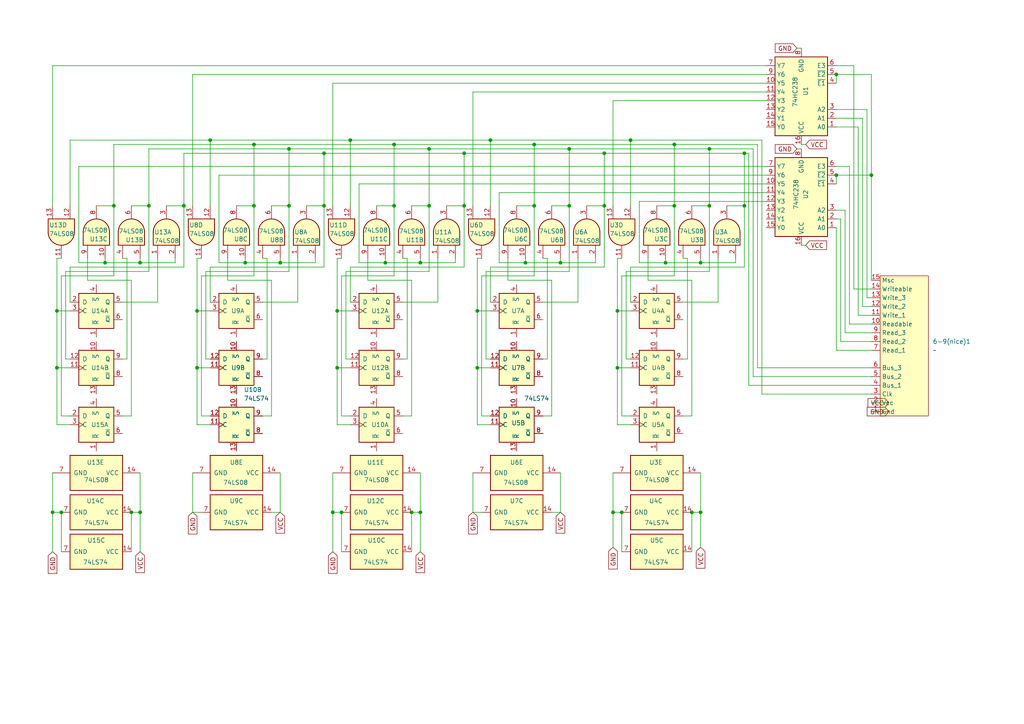
<source format=kicad_sch>
(kicad_sch (version 20250114) (generator "eeschema") (generator_version "9.0")
  (paper "A4")
  (lib_symbols
    (symbol "74xx:74HC238"
      (property "Reference" "U" (at -7.62 13.97 0))
      (property "Value" "74HC238" (at 2.54 -11.43 0))
      (symbol "74HC238_0_1"
        (rectangle (start -7.62 12.7) (end 7.62 -10.16) (stroke (width 0.254)) (fill (type background)))
      )
      (symbol "74HC238_1_1"
        (pin input line (at -10.16 10.16 0) (length 2.54) (name "A0") (number "1"))
        (pin input line (at -10.16 7.62 0) (length 2.54) (name "A1") (number "2"))
        (pin input line (at -10.16 5.08 0) (length 2.54) (name "A2") (number "3"))
        (pin input line (at -10.16 -2.54 0) (length 2.54) (name "~{E1}") (number "4"))
        (pin input line (at -10.16 -5.08 0) (length 2.54) (name "~{E2}") (number "5"))
        (pin input line (at -10.16 -7.62 0) (length 2.54) (name "E3") (number "6"))
        (pin power_in line (at 0 15.24 270) (length 2.54) (name "VCC") (number "16"))
        (pin power_in line (at 0 -12.7 90) (length 2.54) (name "GND") (number "8"))
        (pin output line (at 10.16 10.16 180) (length 2.54) (name "Y0") (number "15"))
        (pin output line (at 10.16 7.62 180) (length 2.54) (name "Y1") (number "14"))
        (pin output line (at 10.16 5.08 180) (length 2.54) (name "Y2") (number "13"))
        (pin output line (at 10.16 2.54 180) (length 2.54) (name "Y3") (number "12"))
        (pin output line (at 10.16 0 180) (length 2.54) (name "Y4") (number "11"))
        (pin output line (at 10.16 -2.54 180) (length 2.54) (name "Y5") (number "10"))
        (pin output line (at 10.16 -5.08 180) (length 2.54) (name "Y6") (number "9"))
        (pin output line (at 10.16 -7.62 180) (length 2.54) (name "Y7") (number "7"))
      )
    )
    (symbol "74xx:74LS08" (pin_names (offset 1.016))
      (property "Reference" "U" (at 0 1.27 0))
      (property "Value" "74LS08" (at 0 -1.27 0))
      (symbol "74LS08_1_1"
        (arc (start 0 3.81) (mid 3.7934 0) (end 0 -3.81) (stroke (width 0.254)) (fill (type background)))
        (polyline (pts (xy 0 3.81) (xy -3.81 3.81) (xy -3.81 -3.81) (xy 0 -3.81)) (stroke (width 0.254)) (fill (type background)))
        (pin input line (at -7.62 2.54 0) (length 3.81) (name "~") (number "1"))
        (pin input line (at -7.62 -2.54 0) (length 3.81) (name "~") (number "2"))
        (pin output line (at 7.62 0 180) (length 3.81) (name "~") (number "3"))
      )
      (symbol "74LS08_1_2"
        (arc (start -3.81 3.81) (mid -2.589 0) (end -3.81 -3.81) (stroke (width 0.254)))
        (polyline (pts (xy -3.81 3.81) (xy -0.635 3.81)) (stroke (width 0.254)) (fill (type background)))
        (polyline (pts (xy -3.81 -3.81) (xy -0.635 -3.81)) (stroke (width 0.254)) (fill (type background)))
        (arc (start 3.81 0) (mid 2.1855 -2.584) (end -0.6096 -3.81) (stroke (width 0.254)) (fill (type background)))
        (arc (start -0.6096 3.81) (mid 2.1928 2.5924) (end 3.81 0) (stroke (width 0.254)) (fill (type background)))
        (polyline (pts (xy -0.635 3.81) (xy -3.81 3.81) (xy -3.81 3.81) (xy -3.556 3.4036) (xy -3.0226 2.2606) (xy -2.6924 1.0414) (xy -2.6162 -0.254) (xy -2.7686 -1.4986) (xy -3.175 -2.7178) (xy -3.81 -3.81) (xy -3.81 -3.81) (xy -0.635 -3.81)) (stroke (width -25.4)) (fill (type background)))
        (pin input inverted (at -7.62 2.54 0) (length 4.318) (name "~") (number "1"))
        (pin input inverted (at -7.62 -2.54 0) (length 4.318) (name "~") (number "2"))
        (pin output inverted (at 7.62 0 180) (length 3.81) (name "~") (number "3"))
      )
      (symbol "74LS08_2_1"
        (arc (start 0 3.81) (mid 3.7934 0) (end 0 -3.81) (stroke (width 0.254)) (fill (type background)))
        (polyline (pts (xy 0 3.81) (xy -3.81 3.81) (xy -3.81 -3.81) (xy 0 -3.81)) (stroke (width 0.254)) (fill (type background)))
        (pin input line (at -7.62 2.54 0) (length 3.81) (name "~") (number "4"))
        (pin input line (at -7.62 -2.54 0) (length 3.81) (name "~") (number "5"))
        (pin output line (at 7.62 0 180) (length 3.81) (name "~") (number "6"))
      )
      (symbol "74LS08_2_2"
        (arc (start -3.81 3.81) (mid -2.589 0) (end -3.81 -3.81) (stroke (width 0.254)))
        (polyline (pts (xy -3.81 3.81) (xy -0.635 3.81)) (stroke (width 0.254)) (fill (type background)))
        (polyline (pts (xy -3.81 -3.81) (xy -0.635 -3.81)) (stroke (width 0.254)) (fill (type background)))
        (arc (start 3.81 0) (mid 2.1855 -2.584) (end -0.6096 -3.81) (stroke (width 0.254)) (fill (type background)))
        (arc (start -0.6096 3.81) (mid 2.1928 2.5924) (end 3.81 0) (stroke (width 0.254)) (fill (type background)))
        (polyline (pts (xy -0.635 3.81) (xy -3.81 3.81) (xy -3.81 3.81) (xy -3.556 3.4036) (xy -3.0226 2.2606) (xy -2.6924 1.0414) (xy -2.6162 -0.254) (xy -2.7686 -1.4986) (xy -3.175 -2.7178) (xy -3.81 -3.81) (xy -3.81 -3.81) (xy -0.635 -3.81)) (stroke (width -25.4)) (fill (type background)))
        (pin input inverted (at -7.62 2.54 0) (length 4.318) (name "~") (number "4"))
        (pin input inverted (at -7.62 -2.54 0) (length 4.318) (name "~") (number "5"))
        (pin output inverted (at 7.62 0 180) (length 3.81) (name "~") (number "6"))
      )
      (symbol "74LS08_3_1"
        (arc (start 0 3.81) (mid 3.7934 0) (end 0 -3.81) (stroke (width 0.254)) (fill (type background)))
        (polyline (pts (xy 0 3.81) (xy -3.81 3.81) (xy -3.81 -3.81) (xy 0 -3.81)) (stroke (width 0.254)) (fill (type background)))
        (pin input line (at -7.62 2.54 0) (length 3.81) (name "~") (number "9"))
        (pin input line (at -7.62 -2.54 0) (length 3.81) (name "~") (number "10"))
        (pin output line (at 7.62 0 180) (length 3.81) (name "~") (number "8"))
      )
      (symbol "74LS08_3_2"
        (arc (start -3.81 3.81) (mid -2.589 0) (end -3.81 -3.81) (stroke (width 0.254)))
        (polyline (pts (xy -3.81 3.81) (xy -0.635 3.81)) (stroke (width 0.254)) (fill (type background)))
        (polyline (pts (xy -3.81 -3.81) (xy -0.635 -3.81)) (stroke (width 0.254)) (fill (type background)))
        (arc (start 3.81 0) (mid 2.1855 -2.584) (end -0.6096 -3.81) (stroke (width 0.254)) (fill (type background)))
        (arc (start -0.6096 3.81) (mid 2.1928 2.5924) (end 3.81 0) (stroke (width 0.254)) (fill (type background)))
        (polyline (pts (xy -0.635 3.81) (xy -3.81 3.81) (xy -3.81 3.81) (xy -3.556 3.4036) (xy -3.0226 2.2606) (xy -2.6924 1.0414) (xy -2.6162 -0.254) (xy -2.7686 -1.4986) (xy -3.175 -2.7178) (xy -3.81 -3.81) (xy -3.81 -3.81) (xy -0.635 -3.81)) (stroke (width -25.4)) (fill (type background)))
        (pin input inverted (at -7.62 2.54 0) (length 4.318) (name "~") (number "9"))
        (pin input inverted (at -7.62 -2.54 0) (length 4.318) (name "~") (number "10"))
        (pin output inverted (at 7.62 0 180) (length 3.81) (name "~") (number "8"))
      )
      (symbol "74LS08_4_1"
        (arc (start 0 3.81) (mid 3.7934 0) (end 0 -3.81) (stroke (width 0.254)) (fill (type background)))
        (polyline (pts (xy 0 3.81) (xy -3.81 3.81) (xy -3.81 -3.81) (xy 0 -3.81)) (stroke (width 0.254)) (fill (type background)))
        (pin input line (at -7.62 2.54 0) (length 3.81) (name "~") (number "12"))
        (pin input line (at -7.62 -2.54 0) (length 3.81) (name "~") (number "13"))
        (pin output line (at 7.62 0 180) (length 3.81) (name "~") (number "11"))
      )
      (symbol "74LS08_4_2"
        (arc (start -3.81 3.81) (mid -2.589 0) (end -3.81 -3.81) (stroke (width 0.254)))
        (polyline (pts (xy -3.81 3.81) (xy -0.635 3.81)) (stroke (width 0.254)) (fill (type background)))
        (polyline (pts (xy -3.81 -3.81) (xy -0.635 -3.81)) (stroke (width 0.254)) (fill (type background)))
        (arc (start 3.81 0) (mid 2.1855 -2.584) (end -0.6096 -3.81) (stroke (width 0.254)) (fill (type background)))
        (arc (start -0.6096 3.81) (mid 2.1928 2.5924) (end 3.81 0) (stroke (width 0.254)) (fill (type background)))
        (polyline (pts (xy -0.635 3.81) (xy -3.81 3.81) (xy -3.81 3.81) (xy -3.556 3.4036) (xy -3.0226 2.2606) (xy -2.6924 1.0414) (xy -2.6162 -0.254) (xy -2.7686 -1.4986) (xy -3.175 -2.7178) (xy -3.81 -3.81) (xy -3.81 -3.81) (xy -0.635 -3.81)) (stroke (width -25.4)) (fill (type background)))
        (pin input inverted (at -7.62 2.54 0) (length 4.318) (name "~") (number "12"))
        (pin input inverted (at -7.62 -2.54 0) (length 4.318) (name "~") (number "13"))
        (pin output inverted (at 7.62 0 180) (length 3.81) (name "~") (number "11"))
      )
      (symbol "74LS08_5_0"
        (pin power_in line (at 0 12.7 270) (length 5.08) (name "VCC") (number "14"))
        (pin power_in line (at 0 -12.7 90) (length 5.08) (name "GND") (number "7"))
      )
      (symbol "74LS08_5_1"
        (rectangle (start -5.08 7.62) (end 5.08 -7.62) (stroke (width 0.254)) (fill (type background)))
      )
    )
    (symbol "74xx:74LS74" (pin_names (offset 1.016))
      (property "Reference" "U" (at -7.62 8.89 0))
      (property "Value" "74LS74" (at -7.62 -8.89 0))
      (symbol "74LS74_1_0"
        (pin input line (at -7.62 2.54 0) (length 2.54) (name "D") (number "2"))
        (pin input clock (at -7.62 0 0) (length 2.54) (name "C") (number "3"))
        (pin input line (at 0 7.62 270) (length 2.54) (name "~{S}") (number "4"))
        (pin input line (at 0 -7.62 90) (length 2.54) (name "~{R}") (number "1"))
        (pin output line (at 7.62 2.54 180) (length 2.54) (name "Q") (number "5"))
        (pin output line (at 7.62 -2.54 180) (length 2.54) (name "~{Q}") (number "6"))
      )
      (symbol "74LS74_1_1"
        (rectangle (start -5.08 5.08) (end 5.08 -5.08) (stroke (width 0.254)) (fill (type background)))
      )
      (symbol "74LS74_2_0"
        (pin input line (at -7.62 2.54 0) (length 2.54) (name "D") (number "12"))
        (pin input clock (at -7.62 0 0) (length 2.54) (name "C") (number "11"))
        (pin input line (at 0 7.62 270) (length 2.54) (name "~{S}") (number "10"))
        (pin input line (at 0 -7.62 90) (length 2.54) (name "~{R}") (number "13"))
        (pin output line (at 7.62 2.54 180) (length 2.54) (name "Q") (number "9"))
        (pin output line (at 7.62 -2.54 180) (length 2.54) (name "~{Q}") (number "8"))
      )
      (symbol "74LS74_2_1"
        (rectangle (start -5.08 5.08) (end 5.08 -5.08) (stroke (width 0.254)) (fill (type background)))
      )
      (symbol "74LS74_3_0"
        (pin power_in line (at 0 10.16 270) (length 2.54) (name "VCC") (number "14"))
        (pin power_in line (at 0 -10.16 90) (length 2.54) (name "GND") (number "7"))
      )
      (symbol "74LS74_3_1"
        (rectangle (start -5.08 7.62) (end 5.08 -7.62) (stroke (width 0.254)) (fill (type background)))
      )
    )
    (symbol "PotatoComputerV1:6-9 Connector (nice)"
      (property "Reference" "6-9(nice)" (at 13.716 7.874 90))
      (symbol "6-9 Connector (nice)_1_0"
        (pin unspecified line (at 0 33.02 0) (length 2.54) (name "Write_3") (number "13"))
        (pin unspecified line (at 0 30.48 0) (length 2.54) (name "Write_2") (number "12"))
        (pin unspecified line (at 0 27.94 0) (length 2.54) (name "Write_1") (number "11"))
        (pin unspecified line (at 0 25.4 0) (length 2.54) (name "Readable") (number "10"))
        (pin unspecified line (at 0 22.86 0) (length 2.54) (name "Read_3") (number "9"))
        (pin unspecified line (at 0 20.32 0) (length 2.54) (name "Read_2") (number "8"))
        (pin unspecified line (at 0 17.78 0) (length 2.54) (name "Read_1") (number "7"))
        (pin unspecified line (at 0 12.7 0) (length 2.54) (name "Bus_3") (number "6"))
        (pin unspecified line (at 0 10.16 0) (length 2.54) (name "Bus_2") (number "5"))
        (pin unspecified line (at 0 7.62 0) (length 2.54) (name "Bus_1") (number "4"))
        (pin unspecified line (at 0 5.08 0) (length 2.54) (name "Clk") (number "3"))
        (pin unspecified line (at 0 2.54 0) (length 2.54) (name "Vcc") (number "2"))
        (pin unspecified line (at 0 0 0) (length 2.54) (name "Gnd") (number "1"))
      )
      (symbol "6-9 Connector (nice)_1_1"
        (rectangle (start 2.54 39.37) (end 16.51 -1.27) (fill (type background)))
        (pin unspecified line (at 0 38.1 0) (length 2.54) (name "Msc") (number "15"))
        (pin unspecified line (at 0 35.56 0) (length 2.54) (name "Writeable") (number "14"))
      )
    )
  )
  (junction (at 93.98 59.69))
  (junction (at 134.62 59.69))
  (junction (at 71.12 76.2))
  (junction (at 119.38 148.59))
  (junction (at 114.3 59.69))
  (junction (at 57.15 90.17))
  (junction (at 179.07 90.17))
  (junction (at 215.9 59.69))
  (junction (at 17.78 148.59))
  (junction (at 138.43 90.17))
  (junction (at 43.18 59.69))
  (junction (at 101.6 40.64))
  (junction (at 111.76 76.2))
  (junction (at 97.79 106.68))
  (junction (at 177.8 148.59))
  (junction (at 124.46 59.69))
  (junction (at 16.51 90.17))
  (junction (at 252.73 50.8))
  (junction (at 205.74 43.18))
  (junction (at 121.92 76.2))
  (junction (at 40.64 76.2))
  (junction (at 83.82 59.69))
  (junction (at 121.92 148.59))
  (junction (at 242.57 21.59))
  (junction (at 205.74 59.69))
  (junction (at 99.06 148.59))
  (junction (at 195.58 59.69))
  (junction (at 73.66 41.91))
  (junction (at 154.94 59.69))
  (junction (at 175.26 44.45))
  (junction (at 162.56 76.2))
  (junction (at 97.79 90.17))
  (junction (at 124.46 43.18))
  (junction (at 40.64 148.59))
  (junction (at 83.82 43.18))
  (junction (at 165.1 59.69))
  (junction (at 96.52 148.59))
  (junction (at 152.4 76.2))
  (junction (at 203.2 148.59))
  (junction (at 242.57 50.8))
  (junction (at 114.3 41.91))
  (junction (at 73.66 59.69))
  (junction (at 93.98 44.45))
  (junction (at 200.66 148.59))
  (junction (at 138.43 106.68))
  (junction (at 165.1 43.18))
  (junction (at 142.24 40.64))
  (junction (at 60.96 40.64))
  (junction (at 33.02 59.69))
  (junction (at 179.07 106.68))
  (junction (at 180.34 148.59))
  (junction (at 57.15 106.68))
  (junction (at 182.88 40.64))
  (junction (at 15.24 148.59))
  (junction (at 193.04 76.2))
  (junction (at 30.48 76.2))
  (junction (at 203.2 76.2))
  (junction (at 154.94 41.91))
  (junction (at 16.51 106.68))
  (junction (at 38.1 148.59))
  (junction (at 53.34 59.69))
  (junction (at 175.26 59.69))
  (junction (at 215.9 44.45))
  (junction (at 134.62 44.45))
  (junction (at 81.28 76.2))
  (junction (at 195.58 41.91))
  (wire (pts (xy 195.58 80.01) (xy 195.58 59.69)))
  (wire (pts (xy 252.73 50.8) (xy 242.57 50.8)))
  (wire (pts (xy 73.66 41.91) (xy 33.02 41.91)))
  (wire (pts (xy 172.72 76.2) (xy 162.56 76.2)))
  (wire (pts (xy 132.08 74.93) (xy 132.08 76.2)))
  (wire (pts (xy 147.32 81.28) (xy 147.32 74.93)))
  (wire (pts (xy 55.88 137.16) (xy 55.88 148.59)))
  (wire (pts (xy 119.38 81.28) (xy 106.68 81.28)))
  (wire (pts (xy 219.71 41.91) (xy 195.58 41.91)))
  (wire (pts (xy 252.73 114.3) (xy 220.98 114.3)))
  (wire (pts (xy 243.84 63.5) (xy 242.57 63.5)))
  (wire (pts (xy 252.73 111.76) (xy 217.17 111.76)))
  (wire (pts (xy 43.18 43.18) (xy 43.18 59.69)))
  (wire (pts (xy 83.82 43.18) (xy 83.82 59.69)))
  (wire (pts (xy 199.39 74.93) (xy 198.12 74.93)))
  (wire (pts (xy 76.2 87.63) (xy 86.36 87.63)))
  (wire (pts (xy 81.28 137.16) (xy 81.28 148.59)))
  (wire (pts (xy 252.73 81.28) (xy 252.73 50.8)))
  (wire (pts (xy 124.46 43.18) (xy 83.82 43.18)))
  (wire (pts (xy 15.24 148.59) (xy 15.24 160.02)))
  (wire (pts (xy 35.56 104.14) (xy 36.83 104.14)))
  (wire (pts (xy 185.42 76.2) (xy 193.04 76.2)))
  (wire (pts (xy 16.51 123.19) (xy 20.32 123.19)))
  (wire (pts (xy 182.88 120.65) (xy 180.34 120.65)))
  (wire (pts (xy 33.02 59.69) (xy 27.94 59.69)))
  (wire (pts (xy 76.2 120.65) (xy 78.74 120.65)))
  (wire (pts (xy 200.66 59.69) (xy 205.74 59.69)))
  (wire (pts (xy 116.84 120.65) (xy 119.38 120.65)))
  (wire (pts (xy 232.41 41.91) (xy 233.68 41.91)))
  (wire (pts (xy 252.73 101.6) (xy 242.57 101.6)))
  (wire (pts (xy 175.26 59.69) (xy 170.18 59.69)))
  (wire (pts (xy 50.8 74.93) (xy 50.8 76.2)))
  (wire (pts (xy 116.84 104.14) (xy 118.11 104.14)))
  (wire (pts (xy 97.79 106.68) (xy 101.6 106.68)))
  (wire (pts (xy 215.9 44.45) (xy 215.9 59.69)))
  (wire (pts (xy 208.28 87.63) (xy 208.28 74.93)))
  (wire (pts (xy 181.61 104.14) (xy 181.61 78.74)))
  (wire (pts (xy 252.73 99.06) (xy 243.84 99.06)))
  (wire (pts (xy 45.72 87.63) (xy 45.72 74.93)))
  (wire (pts (xy 182.88 104.14) (xy 181.61 104.14)))
  (wire (pts (xy 86.36 87.63) (xy 86.36 74.93)))
  (wire (pts (xy 99.06 148.59) (xy 99.06 160.02)))
  (wire (pts (xy 57.15 90.17) (xy 57.15 106.68)))
  (wire (pts (xy 140.97 78.74) (xy 165.1 78.74)))
  (wire (pts (xy 134.62 59.69) (xy 129.54 59.69)))
  (wire (pts (xy 101.6 104.14) (xy 100.33 104.14)))
  (wire (pts (xy 97.79 90.17) (xy 101.6 90.17)))
  (wire (pts (xy 40.64 76.2) (xy 40.64 74.93)))
  (wire (pts (xy 124.46 43.18) (xy 124.46 59.69)))
  (wire (pts (xy 252.73 83.82) (xy 247.65 83.82)))
  (wire (pts (xy 58.42 80.01) (xy 73.66 80.01)))
  (wire (pts (xy 182.88 87.63) (xy 182.88 77.47)))
  (wire (pts (xy 134.62 77.47) (xy 134.62 59.69)))
  (wire (pts (xy 213.36 76.2) (xy 203.2 76.2)))
  (wire (pts (xy 77.47 74.93) (xy 76.2 74.93)))
  (wire (pts (xy 167.64 87.63) (xy 167.64 74.93)))
  (wire (pts (xy 165.1 59.69) (xy 165.1 78.74)))
  (wire (pts (xy 60.96 77.47) (xy 93.98 77.47)))
  (wire (pts (xy 203.2 137.16) (xy 203.2 148.59)))
  (wire (pts (xy 182.88 40.64) (xy 182.88 59.69)))
  (wire (pts (xy 157.48 104.14) (xy 158.75 104.14)))
  (wire (pts (xy 118.11 104.14) (xy 118.11 74.93)))
  (wire (pts (xy 16.51 74.93) (xy 17.78 74.93)))
  (wire (pts (xy 250.19 88.9) (xy 250.19 34.29)))
  (wire (pts (xy 222.25 26.67) (xy 137.16 26.67)))
  (wire (pts (xy 218.44 43.18) (xy 218.44 109.22)))
  (wire (pts (xy 71.12 74.93) (xy 71.12 76.2)))
  (wire (pts (xy 165.1 43.18) (xy 124.46 43.18)))
  (wire (pts (xy 180.34 148.59) (xy 180.34 160.02)))
  (wire (pts (xy 138.43 106.68) (xy 142.24 106.68)))
  (wire (pts (xy 246.38 93.98) (xy 246.38 48.26)))
  (wire (pts (xy 142.24 87.63) (xy 142.24 77.47)))
  (wire (pts (xy 160.02 148.59) (xy 162.56 148.59)))
  (wire (pts (xy 203.2 148.59) (xy 200.66 148.59)))
  (wire (pts (xy 101.6 77.47) (xy 134.62 77.47)))
  (wire (pts (xy 73.66 59.69) (xy 68.58 59.69)))
  (wire (pts (xy 175.26 44.45) (xy 175.26 59.69)))
  (wire (pts (xy 180.34 80.01) (xy 195.58 80.01)))
  (wire (pts (xy 137.16 26.67) (xy 137.16 59.69)))
  (wire (pts (xy 252.73 93.98) (xy 246.38 93.98)))
  (wire (pts (xy 57.15 123.19) (xy 60.96 123.19)))
  (wire (pts (xy 121.92 148.59) (xy 121.92 160.02)))
  (wire (pts (xy 30.48 76.2) (xy 40.64 76.2)))
  (wire (pts (xy 40.64 137.16) (xy 40.64 148.59)))
  (wire (pts (xy 93.98 77.47) (xy 93.98 59.69)))
  (wire (pts (xy 219.71 41.91) (xy 219.71 106.68)))
  (wire (pts (xy 205.74 59.69) (xy 205.74 78.74)))
  (wire (pts (xy 59.69 104.14) (xy 59.69 78.74)))
  (wire (pts (xy 252.73 116.84) (xy 257.81 116.84)))
  (wire (pts (xy 231.14 43.18) (xy 232.41 43.18)))
  (wire (pts (xy 220.98 40.64) (xy 182.88 40.64)))
  (wire (pts (xy 38.1 120.65) (xy 38.1 81.28)))
  (wire (pts (xy 19.05 104.14) (xy 19.05 78.74)))
  (wire (pts (xy 139.7 120.65) (xy 139.7 80.01)))
  (wire (pts (xy 97.79 74.93) (xy 97.79 90.17)))
  (wire (pts (xy 60.96 40.64) (xy 20.32 40.64)))
  (wire (pts (xy 193.04 76.2) (xy 203.2 76.2)))
  (wire (pts (xy 97.79 74.93) (xy 99.06 74.93)))
  (wire (pts (xy 247.65 83.82) (xy 247.65 19.05)))
  (wire (pts (xy 57.15 74.93) (xy 57.15 90.17)))
  (wire (pts (xy 104.14 53.34) (xy 104.14 76.2)))
  (wire (pts (xy 97.79 90.17) (xy 97.79 106.68)))
  (wire (pts (xy 20.32 120.65) (xy 17.78 120.65)))
  (wire (pts (xy 242.57 50.8) (xy 242.57 53.34)))
  (wire (pts (xy 96.52 24.13) (xy 96.52 59.69)))
  (wire (pts (xy 40.64 148.59) (xy 38.1 148.59)))
  (wire (pts (xy 200.66 81.28) (xy 187.96 81.28)))
  (wire (pts (xy 38.1 81.28) (xy 25.4 81.28)))
  (wire (pts (xy 137.16 148.59) (xy 139.7 148.59)))
  (wire (pts (xy 78.74 81.28) (xy 66.04 81.28)))
  (wire (pts (xy 252.73 86.36) (xy 251.46 86.36)))
  (wire (pts (xy 158.75 74.93) (xy 157.48 74.93)))
  (wire (pts (xy 154.94 59.69) (xy 149.86 59.69)))
  (wire (pts (xy 59.69 78.74) (xy 83.82 78.74)))
  (wire (pts (xy 99.06 80.01) (xy 114.3 80.01)))
  (wire (pts (xy 154.94 80.01) (xy 154.94 59.69)))
  (wire (pts (xy 160.02 120.65) (xy 160.02 81.28)))
  (wire (pts (xy 222.25 58.42) (xy 185.42 58.42)))
  (wire (pts (xy 60.96 40.64) (xy 60.96 59.69)))
  (wire (pts (xy 152.4 76.2) (xy 162.56 76.2)))
  (wire (pts (xy 78.74 120.65) (xy 78.74 81.28)))
  (wire (pts (xy 248.92 91.44) (xy 248.92 36.83)))
  (wire (pts (xy 57.15 106.68) (xy 57.15 123.19)))
  (wire (pts (xy 157.48 87.63) (xy 167.64 87.63)))
  (wire (pts (xy 77.47 104.14) (xy 77.47 74.93)))
  (wire (pts (xy 20.32 77.47) (xy 53.34 77.47)))
  (wire (pts (xy 144.78 55.88) (xy 144.78 76.2)))
  (wire (pts (xy 55.88 148.59) (xy 58.42 148.59)))
  (wire (pts (xy 116.84 87.63) (xy 127 87.63)))
  (wire (pts (xy 199.39 104.14) (xy 199.39 74.93)))
  (wire (pts (xy 33.02 80.01) (xy 33.02 59.69)))
  (wire (pts (xy 247.65 19.05) (xy 242.57 19.05)))
  (wire (pts (xy 172.72 74.93) (xy 172.72 76.2)))
  (wire (pts (xy 16.51 90.17) (xy 20.32 90.17)))
  (wire (pts (xy 252.73 88.9) (xy 250.19 88.9)))
  (wire (pts (xy 15.24 137.16) (xy 15.24 148.59)))
  (wire (pts (xy 38.1 59.69) (xy 43.18 59.69)))
  (wire (pts (xy 185.42 58.42) (xy 185.42 76.2)))
  (wire (pts (xy 55.88 21.59) (xy 55.88 59.69)))
  (wire (pts (xy 177.8 148.59) (xy 177.8 158.75)))
  (wire (pts (xy 138.43 90.17) (xy 142.24 90.17)))
  (wire (pts (xy 179.07 90.17) (xy 182.88 90.17)))
  (wire (pts (xy 203.2 76.2) (xy 203.2 74.93)))
  (wire (pts (xy 200.66 148.59) (xy 200.66 160.02)))
  (wire (pts (xy 182.88 40.64) (xy 142.24 40.64)))
  (wire (pts (xy 242.57 60.96) (xy 245.11 60.96)))
  (wire (pts (xy 50.8 76.2) (xy 40.64 76.2)))
  (wire (pts (xy 134.62 44.45) (xy 134.62 59.69)))
  (wire (pts (xy 213.36 74.93) (xy 213.36 76.2)))
  (wire (pts (xy 101.6 87.63) (xy 101.6 77.47)))
  (wire (pts (xy 179.07 74.93) (xy 179.07 90.17)))
  (wire (pts (xy 154.94 41.91) (xy 154.94 59.69)))
  (wire (pts (xy 83.82 43.18) (xy 43.18 43.18)))
  (wire (pts (xy 217.17 44.45) (xy 217.17 111.76)))
  (wire (pts (xy 222.25 50.8) (xy 63.5 50.8)))
  (wire (pts (xy 121.92 148.59) (xy 119.38 148.59)))
  (wire (pts (xy 198.12 104.14) (xy 199.39 104.14)))
  (wire (pts (xy 101.6 120.65) (xy 99.06 120.65)))
  (wire (pts (xy 66.04 81.28) (xy 66.04 74.93)))
  (wire (pts (xy 81.28 148.59) (xy 78.74 148.59)))
  (wire (pts (xy 193.04 74.93) (xy 193.04 76.2)))
  (wire (pts (xy 121.92 137.16) (xy 121.92 148.59)))
  (wire (pts (xy 63.5 76.2) (xy 71.12 76.2)))
  (wire (pts (xy 114.3 59.69) (xy 109.22 59.69)))
  (wire (pts (xy 177.8 29.21) (xy 177.8 59.69)))
  (wire (pts (xy 181.61 78.74) (xy 205.74 78.74)))
  (wire (pts (xy 177.8 148.59) (xy 180.34 148.59)))
  (wire (pts (xy 73.66 41.91) (xy 73.66 59.69)))
  (wire (pts (xy 242.57 21.59) (xy 242.57 24.13)))
  (wire (pts (xy 16.51 90.17) (xy 16.51 106.68)))
  (wire (pts (xy 139.7 80.01) (xy 154.94 80.01)))
  (wire (pts (xy 142.24 104.14) (xy 140.97 104.14)))
  (wire (pts (xy 119.38 120.65) (xy 119.38 81.28)))
  (wire (pts (xy 22.86 48.26) (xy 22.86 76.2)))
  (wire (pts (xy 100.33 78.74) (xy 124.46 78.74)))
  (wire (pts (xy 195.58 41.91) (xy 154.94 41.91)))
  (wire (pts (xy 245.11 60.96) (xy 245.11 96.52)))
  (wire (pts (xy 53.34 77.47) (xy 53.34 59.69)))
  (wire (pts (xy 252.73 106.68) (xy 219.71 106.68)))
  (wire (pts (xy 101.6 40.64) (xy 101.6 59.69)))
  (wire (pts (xy 232.41 71.12) (xy 233.68 71.12)))
  (wire (pts (xy 15.24 148.59) (xy 17.78 148.59)))
  (wire (pts (xy 142.24 120.65) (xy 139.7 120.65)))
  (wire (pts (xy 215.9 77.47) (xy 215.9 59.69)))
  (wire (pts (xy 118.11 74.93) (xy 116.84 74.93)))
  (wire (pts (xy 114.3 80.01) (xy 114.3 59.69)))
  (wire (pts (xy 248.92 36.83) (xy 242.57 36.83)))
  (wire (pts (xy 121.92 76.2) (xy 121.92 74.93)))
  (wire (pts (xy 215.9 59.69) (xy 210.82 59.69)))
  (wire (pts (xy 134.62 44.45) (xy 93.98 44.45)))
  (wire (pts (xy 97.79 123.19) (xy 101.6 123.19)))
  (wire (pts (xy 106.68 81.28) (xy 106.68 74.93)))
  (wire (pts (xy 20.32 40.64) (xy 20.32 59.69)))
  (wire (pts (xy 198.12 120.65) (xy 200.66 120.65)))
  (wire (pts (xy 222.25 53.34) (xy 104.14 53.34)))
  (wire (pts (xy 138.43 90.17) (xy 138.43 106.68)))
  (wire (pts (xy 177.8 137.16) (xy 177.8 148.59)))
  (wire (pts (xy 17.78 80.01) (xy 33.02 80.01)))
  (wire (pts (xy 91.44 76.2) (xy 81.28 76.2)))
  (wire (pts (xy 73.66 80.01) (xy 73.66 59.69)))
  (wire (pts (xy 93.98 44.45) (xy 53.34 44.45)))
  (wire (pts (xy 158.75 104.14) (xy 158.75 74.93)))
  (wire (pts (xy 33.02 41.91) (xy 33.02 59.69)))
  (wire (pts (xy 60.96 120.65) (xy 58.42 120.65)))
  (wire (pts (xy 175.26 77.47) (xy 175.26 59.69)))
  (wire (pts (xy 200.66 120.65) (xy 200.66 81.28)))
  (wire (pts (xy 127 87.63) (xy 127 74.93)))
  (wire (pts (xy 242.57 101.6) (xy 242.57 66.04)))
  (wire (pts (xy 222.25 55.88) (xy 144.78 55.88)))
  (wire (pts (xy 154.94 41.91) (xy 114.3 41.91)))
  (wire (pts (xy 57.15 90.17) (xy 60.96 90.17)))
  (wire (pts (xy 218.44 43.18) (xy 205.74 43.18)))
  (wire (pts (xy 111.76 76.2) (xy 121.92 76.2)))
  (wire (pts (xy 25.4 81.28) (xy 25.4 74.93)))
  (wire (pts (xy 205.74 43.18) (xy 205.74 59.69)))
  (wire (pts (xy 245.11 96.52) (xy 252.73 96.52)))
  (wire (pts (xy 78.74 59.69) (xy 83.82 59.69)))
  (wire (pts (xy 111.76 74.93) (xy 111.76 76.2)))
  (wire (pts (xy 187.96 81.28) (xy 187.96 74.93)))
  (wire (pts (xy 179.07 106.68) (xy 182.88 106.68)))
  (wire (pts (xy 250.19 34.29) (xy 242.57 34.29)))
  (wire (pts (xy 19.05 78.74) (xy 43.18 78.74)))
  (wire (pts (xy 71.12 76.2) (xy 81.28 76.2)))
  (wire (pts (xy 124.46 59.69) (xy 124.46 78.74)))
  (wire (pts (xy 182.88 77.47) (xy 215.9 77.47)))
  (wire (pts (xy 114.3 41.91) (xy 114.3 59.69)))
  (wire (pts (xy 16.51 106.68) (xy 16.51 123.19)))
  (wire (pts (xy 222.25 21.59) (xy 55.88 21.59)))
  (wire (pts (xy 162.56 148.59) (xy 162.56 137.16)))
  (wire (pts (xy 114.3 41.91) (xy 73.66 41.91)))
  (wire (pts (xy 195.58 41.91) (xy 195.58 59.69)))
  (wire (pts (xy 142.24 40.64) (xy 101.6 40.64)))
  (wire (pts (xy 160.02 59.69) (xy 165.1 59.69)))
  (wire (pts (xy 179.07 90.17) (xy 179.07 106.68)))
  (wire (pts (xy 53.34 44.45) (xy 53.34 59.69)))
  (wire (pts (xy 60.96 104.14) (xy 59.69 104.14)))
  (wire (pts (xy 58.42 120.65) (xy 58.42 80.01)))
  (wire (pts (xy 17.78 120.65) (xy 17.78 80.01)))
  (wire (pts (xy 132.08 76.2) (xy 121.92 76.2)))
  (wire (pts (xy 97.79 106.68) (xy 97.79 123.19)))
  (wire (pts (xy 137.16 137.16) (xy 137.16 148.59)))
  (wire (pts (xy 220.98 40.64) (xy 220.98 114.3)))
  (wire (pts (xy 222.25 29.21) (xy 177.8 29.21)))
  (wire (pts (xy 252.73 50.8) (xy 252.73 21.59)))
  (wire (pts (xy 119.38 148.59) (xy 119.38 160.02)))
  (wire (pts (xy 162.56 76.2) (xy 162.56 74.93)))
  (wire (pts (xy 198.12 87.63) (xy 208.28 87.63)))
  (wire (pts (xy 53.34 59.69) (xy 48.26 59.69)))
  (wire (pts (xy 76.2 104.14) (xy 77.47 104.14)))
  (wire (pts (xy 36.83 74.93) (xy 35.56 74.93)))
  (wire (pts (xy 30.48 74.93) (xy 30.48 76.2)))
  (wire (pts (xy 83.82 59.69) (xy 83.82 78.74)))
  (wire (pts (xy 142.24 40.64) (xy 142.24 59.69)))
  (wire (pts (xy 231.14 13.97) (xy 232.41 13.97)))
  (wire (pts (xy 96.52 148.59) (xy 96.52 160.02)))
  (wire (pts (xy 179.07 74.93) (xy 180.34 74.93)))
  (wire (pts (xy 252.73 119.38) (xy 257.81 119.38)))
  (wire (pts (xy 40.64 148.59) (xy 40.64 160.02)))
  (wire (pts (xy 138.43 74.93) (xy 138.43 90.17)))
  (wire (pts (xy 217.17 44.45) (xy 215.9 44.45)))
  (wire (pts (xy 93.98 59.69) (xy 88.9 59.69)))
  (wire (pts (xy 180.34 120.65) (xy 180.34 80.01)))
  (wire (pts (xy 138.43 74.93) (xy 139.7 74.93)))
  (wire (pts (xy 205.74 43.18) (xy 165.1 43.18)))
  (wire (pts (xy 15.24 19.05) (xy 15.24 59.69)))
  (wire (pts (xy 104.14 76.2) (xy 111.76 76.2)))
  (wire (pts (xy 35.56 87.63) (xy 45.72 87.63)))
  (wire (pts (xy 152.4 74.93) (xy 152.4 76.2)))
  (wire (pts (xy 57.15 74.93) (xy 58.42 74.93)))
  (wire (pts (xy 81.28 76.2) (xy 81.28 74.93)))
  (wire (pts (xy 63.5 50.8) (xy 63.5 76.2)))
  (wire (pts (xy 222.25 48.26) (xy 22.86 48.26)))
  (wire (pts (xy 251.46 86.36) (xy 251.46 31.75)))
  (wire (pts (xy 91.44 74.93) (xy 91.44 76.2)))
  (wire (pts (xy 251.46 31.75) (xy 242.57 31.75)))
  (wire (pts (xy 140.97 104.14) (xy 140.97 78.74)))
  (wire (pts (xy 179.07 106.68) (xy 179.07 123.19)))
  (wire (pts (xy 252.73 91.44) (xy 248.92 91.44)))
  (wire (pts (xy 60.96 87.63) (xy 60.96 77.47)))
  (wire (pts (xy 160.02 81.28) (xy 147.32 81.28)))
  (wire (pts (xy 38.1 148.59) (xy 38.1 160.02)))
  (wire (pts (xy 138.43 106.68) (xy 138.43 123.19)))
  (wire (pts (xy 138.43 123.19) (xy 142.24 123.19)))
  (wire (pts (xy 43.18 59.69) (xy 43.18 78.74)))
  (wire (pts (xy 218.44 109.22) (xy 252.73 109.22)))
  (wire (pts (xy 96.52 148.59) (xy 99.06 148.59)))
  (wire (pts (xy 175.26 44.45) (xy 134.62 44.45)))
  (wire (pts (xy 119.38 59.69) (xy 124.46 59.69)))
  (wire (pts (xy 93.98 44.45) (xy 93.98 59.69)))
  (wire (pts (xy 165.1 43.18) (xy 165.1 59.69)))
  (wire (pts (xy 57.15 106.68) (xy 60.96 106.68)))
  (wire (pts (xy 203.2 148.59) (xy 203.2 158.75)))
  (wire (pts (xy 100.33 104.14) (xy 100.33 78.74)))
  (wire (pts (xy 179.07 123.19) (xy 182.88 123.19)))
  (wire (pts (xy 17.78 148.59) (xy 17.78 160.02)))
  (wire (pts (xy 142.24 77.47) (xy 175.26 77.47)))
  (wire (pts (xy 16.51 106.68) (xy 20.32 106.68)))
  (wire (pts (xy 16.51 74.93) (xy 16.51 90.17)))
  (wire (pts (xy 252.73 21.59) (xy 242.57 21.59)))
  (wire (pts (xy 36.83 104.14) (xy 36.83 74.93)))
  (wire (pts (xy 246.38 48.26) (xy 242.57 48.26)))
  (wire (pts (xy 243.84 99.06) (xy 243.84 63.5)))
  (wire (pts (xy 96.52 137.16) (xy 96.52 148.59)))
  (wire (pts (xy 222.25 24.13) (xy 96.52 24.13)))
  (wire (pts (xy 215.9 44.45) (xy 175.26 44.45)))
  (wire (pts (xy 222.25 19.05) (xy 15.24 19.05)))
  (wire (pts (xy 35.56 120.65) (xy 38.1 120.65)))
  (wire (pts (xy 99.06 120.65) (xy 99.06 80.01)))
  (wire (pts (xy 20.32 87.63) (xy 20.32 77.47)))
  (wire (pts (xy 157.48 120.65) (xy 160.02 120.65)))
  (wire (pts (xy 20.32 104.14) (xy 19.05 104.14)))
  (wire (pts (xy 144.78 76.2) (xy 152.4 76.2)))
  (wire (pts (xy 22.86 76.2) (xy 30.48 76.2)))
  (wire (pts (xy 195.58 59.69) (xy 190.5 59.69)))
  (wire (pts (xy 101.6 40.64) (xy 60.96 40.64)))
  (global_label "GND" (shape input) (at 137.16 148.59 270) (property "Intersheetrefs" "${INTERSHEET_REFS}" (effects (hide yes))))
  (global_label "VCC" (shape input) (at 233.68 71.12 0) (property "Intersheetrefs" "${INTERSHEET_REFS}" (effects (hide yes))))
  (global_label "VCC" (shape input) (at 40.64 160.02 270) (property "Intersheetrefs" "${INTERSHEET_REFS}" (effects (hide yes))))
  (global_label "GND" (shape input) (at 15.24 160.02 270) (property "Intersheetrefs" "${INTERSHEET_REFS}" (effects (hide yes))))
  (global_label "VCC" (shape input) (at 81.28 148.59 270) (property "Intersheetrefs" "${INTERSHEET_REFS}" (effects (hide yes))))
  (global_label "VCC" (shape input) (at 162.56 148.59 270) (property "Intersheetrefs" "${INTERSHEET_REFS}" (effects (hide yes))))
  (global_label "GND" (shape input) (at 257.81 119.38 180) (property "Intersheetrefs" "${INTERSHEET_REFS}" (effects (hide yes))))
  (global_label "GND" (shape input) (at 231.14 43.18 180) (property "Intersheetrefs" "${INTERSHEET_REFS}" (effects (hide yes))))
  (global_label "GND" (shape input) (at 96.52 160.02 270) (property "Intersheetrefs" "${INTERSHEET_REFS}" (effects (hide yes))))
  (global_label "GND" (shape input) (at 177.8 158.75 270) (property "Intersheetrefs" "${INTERSHEET_REFS}" (effects (hide yes))))
  (global_label "GND" (shape input) (at 55.88 148.59 270) (property "Intersheetrefs" "${INTERSHEET_REFS}" (effects (hide yes))))
  (global_label "VCC" (shape input) (at 257.81 116.84 180) (property "Intersheetrefs" "${INTERSHEET_REFS}" (effects (hide yes))))
  (global_label "VCC" (shape input) (at 233.68 41.91 0) (property "Intersheetrefs" "${INTERSHEET_REFS}" (effects (hide yes))))
  (global_label "VCC" (shape input) (at 121.92 160.02 270) (property "Intersheetrefs" "${INTERSHEET_REFS}" (effects (hide yes))))
  (global_label "VCC" (shape input) (at 203.2 158.75 270) (property "Intersheetrefs" "${INTERSHEET_REFS}" (effects (hide yes))))
  (global_label "GND" (shape input) (at 231.14 13.97 180) (property "Intersheetrefs" "${INTERSHEET_REFS}" (effects (hide yes))))
  (symbol (lib_id "74xx:74LS08") (at 149.86 67.31 90) (unit 3)
    (property "Reference" "U6" (at 153.162 69.342 90) (effects (justify left)))
    (property "Value" "74LS08" (at 153.162 66.802 90) (effects (justify left)))
    (property "Footprint" "Package_DIP:DIP-14_W7.62mm" (effects (hide yes)))
    (property "Datasheet" "http://www.ti.com/lit/gpn/sn74LS08" (effects (hide yes)))
    (property "Description" "Quad And2" (effects (hide yes)))
  )
  (symbol (lib_id "74xx:74LS08") (at 88.9 67.31 90) (unit 1)
    (property "Reference" "U8" (at 85.344 67.31 90) (effects (justify right)))
    (property "Value" "74LS08" (at 85.344 69.85 90) (effects (justify right)))
    (property "Footprint" "Package_DIP:DIP-14_W7.62mm" (effects (hide yes)))
    (property "Datasheet" "http://www.ti.com/lit/gpn/sn74LS08" (effects (hide yes)))
    (property "Description" "Quad And2" (effects (hide yes)))
  )
  (symbol (lib_id "74xx:74LS08") (at 38.1 67.31 90) (unit 2)
    (property "Reference" "U13" (at 41.656 69.596 90) (effects (justify left)))
    (property "Value" "74LS08" (at 41.656 67.056 90) (effects (justify left)))
    (property "Footprint" "Package_DIP:DIP-14_W7.62mm" (effects (hide yes)))
    (property "Datasheet" "http://www.ti.com/lit/gpn/sn74LS08" (effects (hide yes)))
    (property "Description" "Quad And2" (effects (hide yes)))
  )
  (symbol (lib_id "74xx:74LS08") (at 170.18 67.31 90) (unit 1)
    (property "Reference" "U6" (at 166.624 67.31 90) (effects (justify right)))
    (property "Value" "74LS08" (at 166.624 69.85 90) (effects (justify right)))
    (property "Footprint" "Package_DIP:DIP-14_W7.62mm" (effects (hide yes)))
    (property "Datasheet" "http://www.ti.com/lit/gpn/sn74LS08" (effects (hide yes)))
    (property "Description" "Quad And2" (effects (hide yes)))
  )
  (symbol (lib_id "74xx:74LS74") (at 190.5 160.02 270) (unit 3)
    (property "Reference" "U5" (at 190.5 156.718 90))
    (property "Value" "74LS74" (at 190.246 163.068 90))
    (property "Footprint" "Package_DIP:DIP-14_W7.62mm" (effects (hide yes)))
    (property "Datasheet" "74xx/74hc_hct74.pdf" (effects (hide yes)))
    (property "Description" "Dual D Flip-flop, Set & Reset" (effects (hide yes)))
  )
  (symbol (lib_id "74xx:74LS08") (at 58.42 67.31 270) (unit 4)
    (property "Reference" "U8" (at 54.864 65.278 90) (effects (justify left)))
    (property "Value" "74LS08" (at 54.864 67.818 90) (effects (justify left)))
    (property "Footprint" "Package_DIP:DIP-14_W7.62mm" (effects (hide yes)))
    (property "Datasheet" "http://www.ti.com/lit/gpn/sn74LS08" (effects (hide yes)))
    (property "Description" "Quad And2" (effects (hide yes)))
  )
  (symbol (lib_id "74xx:74LS74") (at 27.94 90.17 0) (unit 1)
    (property "Reference" "U14" (at 26.416 90.17 0) (effects (justify left)))
    (property "Value" "74LS74" (effects (hide yes)))
    (property "Footprint" "Package_DIP:DIP-14_W7.62mm" (effects (hide yes)))
    (property "Datasheet" "74xx/74hc_hct74.pdf" (effects (hide yes)))
    (property "Description" "Dual D Flip-flop, Set & Reset" (effects (hide yes)))
  )
  (symbol (lib_id "74xx:74LS74") (at 68.58 106.68 0) (unit 2)
    (property "Reference" "U9" (at 67.056 106.68 0) (effects (justify left)))
    (property "Value" "74LS74" (effects (hide yes)))
    (property "Footprint" "Package_DIP:DIP-14_W7.62mm" (effects (hide yes)))
    (property "Datasheet" "74xx/74hc_hct74.pdf" (effects (hide yes)))
    (property "Description" "Dual D Flip-flop, Set & Reset" (effects (hide yes)))
  )
  (symbol (lib_id "74xx:74LS08") (at 27.94 67.31 90) (unit 3)
    (property "Reference" "U13" (at 31.242 69.342 90) (effects (justify left)))
    (property "Value" "74LS08" (at 31.242 66.802 90) (effects (justify left)))
    (property "Footprint" "Package_DIP:DIP-14_W7.62mm" (effects (hide yes)))
    (property "Datasheet" "http://www.ti.com/lit/gpn/sn74LS08" (effects (hide yes)))
    (property "Description" "Quad And2" (effects (hide yes)))
  )
  (symbol (lib_id "74xx:74LS74") (at 149.86 90.17 0) (unit 1)
    (property "Reference" "U7" (at 148.336 90.17 0) (effects (justify left)))
    (property "Value" "74LS74" (effects (hide yes)))
    (property "Footprint" "Package_DIP:DIP-14_W7.62mm" (effects (hide yes)))
    (property "Datasheet" "74xx/74hc_hct74.pdf" (effects (hide yes)))
    (property "Description" "Dual D Flip-flop, Set & Reset" (effects (hide yes)))
  )
  (symbol (lib_id "74xx:74LS08") (at 119.38 67.31 90) (unit 2)
    (property "Reference" "U11" (at 122.936 69.596 90) (effects (justify left)))
    (property "Value" "74LS08" (at 122.936 67.056 90) (effects (justify left)))
    (property "Footprint" "Package_DIP:DIP-14_W7.62mm" (effects (hide yes)))
    (property "Datasheet" "http://www.ti.com/lit/gpn/sn74LS08" (effects (hide yes)))
    (property "Description" "Quad And2" (effects (hide yes)))
  )
  (symbol (lib_id "74xx:74HC238") (at 232.41 55.88 180) (unit 1)
    (property "Reference" "U2" (at 233.68 56.388 90))
    (property "Value" "74HC238" (at 230.886 56.388 90))
    (property "Footprint" "Package_DIP:DIP-16_W7.62mm" (effects (hide yes)))
    (property "Datasheet" "https://www.ti.com/lit/ds/symlink/cd74hc238.pdf" (effects (hide yes)))
    (property "Description" "3-to-8 line decoder/multiplexer, DIP-16/SOIC-16/SSOP-16" (effects (hide yes)))
  )
  (symbol (lib_id "74xx:74LS08") (at 109.22 137.16 270) (unit 5)
    (property "Reference" "U11" (at 108.966 134.112 90))
    (property "Value" "74LS08" (at 109.22 139.192 90))
    (property "Footprint" "Package_DIP:DIP-14_W7.62mm" (effects (hide yes)))
    (property "Datasheet" "http://www.ti.com/lit/gpn/sn74LS08" (effects (hide yes)))
    (property "Description" "Quad And2" (effects (hide yes)))
  )
  (symbol (lib_id "74xx:74LS74") (at 149.86 123.19 0) (unit 2)
    (property "Reference" "U5" (at 148.336 122.682 0) (effects (justify left)))
    (property "Value" "74LS74" (at 152.0033 115.57 0) (effects (justify left)))
    (property "Footprint" "Package_DIP:DIP-14_W7.62mm" (effects (hide yes)))
    (property "Datasheet" "74xx/74hc_hct74.pdf" (effects (hide yes)))
    (property "Description" "Dual D Flip-flop, Set & Reset" (effects (hide yes)))
  )
  (symbol (lib_id "74xx:74LS74") (at 149.86 148.59 270) (unit 3)
    (property "Reference" "U7" (at 149.86 145.288 90))
    (property "Value" "74LS74" (at 149.606 151.638 90))
    (property "Footprint" "Package_DIP:DIP-14_W7.62mm" (effects (hide yes)))
    (property "Datasheet" "74xx/74hc_hct74.pdf" (effects (hide yes)))
    (property "Description" "Dual D Flip-flop, Set & Reset" (effects (hide yes)))
  )
  (symbol (lib_id "74xx:74LS08") (at 180.34 67.31 270) (unit 4)
    (property "Reference" "U3" (at 176.784 65.278 90) (effects (justify left)))
    (property "Value" "74LS08" (at 176.784 67.818 90) (effects (justify left)))
    (property "Footprint" "Package_DIP:DIP-14_W7.62mm" (effects (hide yes)))
    (property "Datasheet" "http://www.ti.com/lit/gpn/sn74LS08" (effects (hide yes)))
    (property "Description" "Quad And2" (effects (hide yes)))
  )
  (symbol (lib_id "74xx:74LS08") (at 139.7 67.31 270) (unit 4)
    (property "Reference" "U6" (at 136.144 65.278 90) (effects (justify left)))
    (property "Value" "74LS08" (at 136.144 67.818 90) (effects (justify left)))
    (property "Footprint" "Package_DIP:DIP-14_W7.62mm" (effects (hide yes)))
    (property "Datasheet" "http://www.ti.com/lit/gpn/sn74LS08" (effects (hide yes)))
    (property "Description" "Quad And2" (effects (hide yes)))
  )
  (symbol (lib_id "74xx:74LS74") (at 190.5 90.17 0) (unit 1)
    (property "Reference" "U4" (at 188.976 90.17 0) (effects (justify left)))
    (property "Value" "74LS74" (effects (hide yes)))
    (property "Footprint" "Package_DIP:DIP-14_W7.62mm" (effects (hide yes)))
    (property "Datasheet" "74xx/74hc_hct74.pdf" (effects (hide yes)))
    (property "Description" "Dual D Flip-flop, Set & Reset" (effects (hide yes)))
  )
  (symbol (lib_id "74xx:74LS74") (at 190.5 148.59 270) (unit 3)
    (property "Reference" "U4" (at 190.246 145.288 90))
    (property "Value" "74LS74" (at 190.5 151.638 90))
    (property "Footprint" "Package_DIP:DIP-14_W7.62mm" (effects (hide yes)))
    (property "Datasheet" "74xx/74hc_hct74.pdf" (effects (hide yes)))
    (property "Description" "Dual D Flip-flop, Set & Reset" (effects (hide yes)))
  )
  (symbol (lib_id "74xx:74LS74") (at 68.58 148.59 270) (unit 3)
    (property "Reference" "U9" (at 68.58 145.288 90))
    (property "Value" "74LS74" (at 68.326 151.638 90))
    (property "Footprint" "Package_DIP:DIP-14_W7.62mm" (effects (hide yes)))
    (property "Datasheet" "74xx/74hc_hct74.pdf" (effects (hide yes)))
    (property "Description" "Dual D Flip-flop, Set & Reset" (effects (hide yes)))
  )
  (symbol (lib_id "74xx:74LS74") (at 27.94 148.59 270) (unit 3)
    (property "Reference" "U14" (at 27.686 145.288 90))
    (property "Value" "74LS74" (at 27.94 151.638 90))
    (property "Footprint" "Package_DIP:DIP-14_W7.62mm" (effects (hide yes)))
    (property "Datasheet" "74xx/74hc_hct74.pdf" (effects (hide yes)))
    (property "Description" "Dual D Flip-flop, Set & Reset" (effects (hide yes)))
  )
  (symbol (lib_id "74xx:74LS74") (at 109.22 148.59 270) (unit 3)
    (property "Reference" "U12" (at 108.966 145.288 90))
    (property "Value" "74LS74" (at 109.22 151.638 90))
    (property "Footprint" "Package_DIP:DIP-14_W7.62mm" (effects (hide yes)))
    (property "Datasheet" "74xx/74hc_hct74.pdf" (effects (hide yes)))
    (property "Description" "Dual D Flip-flop, Set & Reset" (effects (hide yes)))
  )
  (symbol (lib_id "74xx:74LS08") (at 78.74 67.31 90) (unit 2)
    (property "Reference" "U8" (at 82.296 69.596 90) (effects (justify left)))
    (property "Value" "74LS08" (at 82.296 67.056 90) (effects (justify left)))
    (property "Footprint" "Package_DIP:DIP-14_W7.62mm" (effects (hide yes)))
    (property "Datasheet" "http://www.ti.com/lit/gpn/sn74LS08" (effects (hide yes)))
    (property "Description" "Quad And2" (effects (hide yes)))
  )
  (symbol (lib_id "74xx:74LS08") (at 17.78 67.31 270) (unit 4)
    (property "Reference" "U13" (at 14.224 65.278 90) (effects (justify left)))
    (property "Value" "74LS08" (at 14.224 67.818 90) (effects (justify left)))
    (property "Footprint" "Package_DIP:DIP-14_W7.62mm" (effects (hide yes)))
    (property "Datasheet" "http://www.ti.com/lit/gpn/sn74LS08" (effects (hide yes)))
    (property "Description" "Quad And2" (effects (hide yes)))
  )
  (symbol (lib_id "74xx:74LS08") (at 99.06 67.31 270) (unit 4)
    (property "Reference" "U11" (at 95.504 65.278 90) (effects (justify left)))
    (property "Value" "74LS08" (at 95.504 67.818 90) (effects (justify left)))
    (property "Footprint" "Package_DIP:DIP-14_W7.62mm" (effects (hide yes)))
    (property "Datasheet" "http://www.ti.com/lit/gpn/sn74LS08" (effects (hide yes)))
    (property "Description" "Quad And2" (effects (hide yes)))
  )
  (symbol (lib_id "74xx:74LS08") (at 27.94 137.16 270) (unit 5)
    (property "Reference" "U13" (at 27.686 134.112 90))
    (property "Value" "74LS08" (at 27.94 139.192 90))
    (property "Footprint" "Package_DIP:DIP-14_W7.62mm" (effects (hide yes)))
    (property "Datasheet" "http://www.ti.com/lit/gpn/sn74LS08" (effects (hide yes)))
    (property "Description" "Quad And2" (effects (hide yes)))
  )
  (symbol (lib_id "74xx:74LS08") (at 190.5 67.31 90) (unit 3)
    (property "Reference" "U3" (at 193.802 69.342 90) (effects (justify left)))
    (property "Value" "74LS08" (at 193.802 66.802 90) (effects (justify left)))
    (property "Footprint" "Package_DIP:DIP-14_W7.62mm" (effects (hide yes)))
    (property "Datasheet" "http://www.ti.com/lit/gpn/sn74LS08" (effects (hide yes)))
    (property "Description" "Quad And2" (effects (hide yes)))
  )
  (symbol (lib_id "74xx:74LS08") (at 48.26 67.31 90) (unit 1)
    (property "Reference" "U13" (at 44.704 67.31 90) (effects (justify right)))
    (property "Value" "74LS08" (at 44.704 69.85 90) (effects (justify right)))
    (property "Footprint" "Package_DIP:DIP-14_W7.62mm" (effects (hide yes)))
    (property "Datasheet" "http://www.ti.com/lit/gpn/sn74LS08" (effects (hide yes)))
    (property "Description" "Quad And2" (effects (hide yes)))
  )
  (symbol (lib_id "74xx:74HC238") (at 232.41 26.67 180) (unit 1)
    (property "Reference" "U1" (at 233.68 26.416 90))
    (property "Value" "74HC238" (at 230.632 26.67 90))
    (property "Footprint" "Package_DIP:DIP-16_W7.62mm" (effects (hide yes)))
    (property "Datasheet" "https://www.ti.com/lit/ds/symlink/cd74hc238.pdf" (effects (hide yes)))
    (property "Description" "3-to-8 line decoder/multiplexer, DIP-16/SOIC-16/SSOP-16" (effects (hide yes)))
  )
  (symbol (lib_id "74xx:74LS08") (at 190.5 137.16 270) (unit 5)
    (property "Reference" "U3" (at 190.246 134.112 90))
    (property "Value" "74LS08" (at 190.5 139.192 90))
    (property "Footprint" "Package_DIP:DIP-14_W7.62mm" (effects (hide yes)))
    (property "Datasheet" "http://www.ti.com/lit/gpn/sn74LS08" (effects (hide yes)))
    (property "Description" "Quad And2" (effects (hide yes)))
  )
  (symbol (lib_id "74xx:74LS08") (at 68.58 137.16 270) (unit 5)
    (property "Reference" "U8" (at 68.58 134.112 90))
    (property "Value" "74LS08" (at 68.326 139.954 90))
    (property "Footprint" "Package_DIP:DIP-14_W7.62mm" (effects (hide yes)))
    (property "Datasheet" "http://www.ti.com/lit/gpn/sn74LS08" (effects (hide yes)))
    (property "Description" "Quad And2" (effects (hide yes)))
  )
  (symbol (lib_id "74xx:74LS74") (at 27.94 160.02 270) (unit 3)
    (property "Reference" "U15" (at 27.94 156.718 90))
    (property "Value" "74LS74" (at 27.686 163.068 90))
    (property "Footprint" "Package_DIP:DIP-14_W7.62mm" (effects (hide yes)))
    (property "Datasheet" "74xx/74hc_hct74.pdf" (effects (hide yes)))
    (property "Description" "Dual D Flip-flop, Set & Reset" (effects (hide yes)))
  )
  (symbol (lib_id "74xx:74LS74") (at 109.22 90.17 0) (unit 1)
    (property "Reference" "U12" (at 107.696 90.17 0) (effects (justify left)))
    (property "Value" "74LS74" (effects (hide yes)))
    (property "Footprint" "Package_DIP:DIP-14_W7.62mm" (effects (hide yes)))
    (property "Datasheet" "74xx/74hc_hct74.pdf" (effects (hide yes)))
    (property "Description" "Dual D Flip-flop, Set & Reset" (effects (hide yes)))
  )
  (symbol (lib_id "74xx:74LS74") (at 109.22 106.68 0) (unit 2)
    (property "Reference" "U12" (at 107.696 106.68 0) (effects (justify left)))
    (property "Value" "74LS74" (effects (hide yes)))
    (property "Footprint" "Package_DIP:DIP-14_W7.62mm" (effects (hide yes)))
    (property "Datasheet" "74xx/74hc_hct74.pdf" (effects (hide yes)))
    (property "Description" "Dual D Flip-flop, Set & Reset" (effects (hide yes)))
  )
  (symbol (lib_id "74xx:74LS74") (at 190.5 123.19 0) (unit 1)
    (property "Reference" "U5" (at 188.976 123.19 0) (effects (justify left)))
    (property "Value" "74LS74" (effects (hide yes)))
    (property "Footprint" "Package_DIP:DIP-14_W7.62mm" (effects (hide yes)))
    (property "Datasheet" "74xx/74hc_hct74.pdf" (effects (hide yes)))
    (property "Description" "Dual D Flip-flop, Set & Reset" (effects (hide yes)))
  )
  (symbol (lib_id "74xx:74LS08") (at 149.86 137.16 270) (unit 5)
    (property "Reference" "U6" (at 149.86 134.112 90))
    (property "Value" "74LS08" (at 149.606 139.954 90))
    (property "Footprint" "Package_DIP:DIP-14_W7.62mm" (effects (hide yes)))
    (property "Datasheet" "http://www.ti.com/lit/gpn/sn74LS08" (effects (hide yes)))
    (property "Description" "Quad And2" (effects (hide yes)))
  )
  (symbol (lib_id "74xx:74LS74") (at 109.22 160.02 270) (unit 3)
    (property "Reference" "U10" (at 109.22 156.718 90))
    (property "Value" "74LS74" (at 108.966 163.068 90))
    (property "Footprint" "Package_DIP:DIP-14_W7.62mm" (effects (hide yes)))
    (property "Datasheet" "74xx/74hc_hct74.pdf" (effects (hide yes)))
    (property "Description" "Dual D Flip-flop, Set & Reset" (effects (hide yes)))
  )
  (symbol (lib_id "74xx:74LS08") (at 109.22 67.31 90) (unit 3)
    (property "Reference" "U11" (at 112.522 69.342 90) (effects (justify left)))
    (property "Value" "74LS08" (at 112.522 66.802 90) (effects (justify left)))
    (property "Footprint" "Package_DIP:DIP-14_W7.62mm" (effects (hide yes)))
    (property "Datasheet" "http://www.ti.com/lit/gpn/sn74LS08" (effects (hide yes)))
    (property "Description" "Quad And2" (effects (hide yes)))
  )
  (symbol (lib_id "74xx:74LS08") (at 210.82 67.31 90) (unit 1)
    (property "Reference" "U3" (at 207.264 67.31 90) (effects (justify right)))
    (property "Value" "74LS08" (at 207.264 69.85 90) (effects (justify right)))
    (property "Footprint" "Package_DIP:DIP-14_W7.62mm" (effects (hide yes)))
    (property "Datasheet" "http://www.ti.com/lit/gpn/sn74LS08" (effects (hide yes)))
    (property "Description" "Quad And2" (effects (hide yes)))
  )
  (symbol (lib_id "74xx:74LS08") (at 160.02 67.31 90) (unit 2)
    (property "Reference" "U6" (at 163.576 69.596 90) (effects (justify left)))
    (property "Value" "74LS08" (at 163.576 67.056 90) (effects (justify left)))
    (property "Footprint" "Package_DIP:DIP-14_W7.62mm" (effects (hide yes)))
    (property "Datasheet" "http://www.ti.com/lit/gpn/sn74LS08" (effects (hide yes)))
    (property "Description" "Quad And2" (effects (hide yes)))
  )
  (symbol (lib_id "PotatoComputerV1:6-9 Connector (nice)") (at 252.73 119.38 0) (unit 1)
    (property "Reference" "6-9(nice)1" (at 270.51 99.0599 0) (effects (justify left)))
    (property "Value" "~" (at 270.51 101.5999 0) (effects (justify left)))
    (property "Footprint" "Connector_PinHeader_2.54mm:PinHeader_1x15_P2.54mm_Vertical" (effects (hide yes)))
  )
  (symbol (lib_id "74xx:74LS74") (at 109.22 123.19 0) (unit 1)
    (property "Reference" "U10" (at 107.696 123.19 0) (effects (justify left)))
    (property "Value" "74LS74" (effects (hide yes)))
    (property "Footprint" "Package_DIP:DIP-14_W7.62mm" (effects (hide yes)))
    (property "Datasheet" "74xx/74hc_hct74.pdf" (effects (hide yes)))
    (property "Description" "Dual D Flip-flop, Set & Reset" (effects (hide yes)))
  )
  (symbol (lib_id "74xx:74LS74") (at 68.58 123.19 0) (unit 2)
    (property "Reference" "U10" (at 70.7233 113.03 0) (effects (justify left)))
    (property "Value" "74LS74" (at 70.7233 115.57 0) (effects (justify left)))
    (property "Footprint" "Package_DIP:DIP-14_W7.62mm" (effects (hide yes)))
    (property "Datasheet" "74xx/74hc_hct74.pdf" (effects (hide yes)))
    (property "Description" "Dual D Flip-flop, Set & Reset" (effects (hide yes)))
  )
  (symbol (lib_id "74xx:74LS74") (at 190.5 106.68 0) (unit 2)
    (property "Reference" "U4" (at 188.976 106.68 0) (effects (justify left)))
    (property "Value" "74LS74" (effects (hide yes)))
    (property "Footprint" "Package_DIP:DIP-14_W7.62mm" (effects (hide yes)))
    (property "Datasheet" "74xx/74hc_hct74.pdf" (effects (hide yes)))
    (property "Description" "Dual D Flip-flop, Set & Reset" (effects (hide yes)))
  )
  (symbol (lib_id "74xx:74LS74") (at 68.58 90.17 0) (unit 1)
    (property "Reference" "U9" (at 67.056 90.17 0) (effects (justify left)))
    (property "Value" "74LS74" (effects (hide yes)))
    (property "Footprint" "Package_DIP:DIP-14_W7.62mm" (effects (hide yes)))
    (property "Datasheet" "74xx/74hc_hct74.pdf" (effects (hide yes)))
    (property "Description" "Dual D Flip-flop, Set & Reset" (effects (hide yes)))
  )
  (symbol (lib_id "74xx:74LS74") (at 27.94 106.68 0) (unit 2)
    (property "Reference" "U14" (at 26.416 106.68 0) (effects (justify left)))
    (property "Value" "74LS74" (effects (hide yes)))
    (property "Footprint" "Package_DIP:DIP-14_W7.62mm" (effects (hide yes)))
    (property "Datasheet" "74xx/74hc_hct74.pdf" (effects (hide yes)))
    (property "Description" "Dual D Flip-flop, Set & Reset" (effects (hide yes)))
  )
  (symbol (lib_id "74xx:74LS74") (at 27.94 123.19 0) (unit 1)
    (property "Reference" "U15" (at 26.416 123.19 0) (effects (justify left)))
    (property "Value" "74LS74" (effects (hide yes)))
    (property "Footprint" "Package_DIP:DIP-14_W7.62mm" (effects (hide yes)))
    (property "Datasheet" "74xx/74hc_hct74.pdf" (effects (hide yes)))
    (property "Description" "Dual D Flip-flop, Set & Reset" (effects (hide yes)))
  )
  (symbol (lib_id "74xx:74LS74") (at 149.86 106.68 0) (unit 2)
    (property "Reference" "U7" (at 148.336 106.68 0) (effects (justify left)))
    (property "Value" "74LS74" (effects (hide yes)))
    (property "Footprint" "Package_DIP:DIP-14_W7.62mm" (effects (hide yes)))
    (property "Datasheet" "74xx/74hc_hct74.pdf" (effects (hide yes)))
    (property "Description" "Dual D Flip-flop, Set & Reset" (effects (hide yes)))
  )
  (symbol (lib_id "74xx:74LS08") (at 68.58 67.31 90) (unit 3)
    (property "Reference" "U8" (at 71.882 69.342 90) (effects (justify left)))
    (property "Value" "74LS08" (at 71.882 66.802 90) (effects (justify left)))
    (property "Footprint" "Package_DIP:DIP-14_W7.62mm" (effects (hide yes)))
    (property "Datasheet" "http://www.ti.com/lit/gpn/sn74LS08" (effects (hide yes)))
    (property "Description" "Quad And2" (effects (hide yes)))
  )
  (symbol (lib_id "74xx:74LS08") (at 200.66 67.31 90) (unit 2)
    (property "Reference" "U3" (at 204.216 69.596 90) (effects (justify left)))
    (property "Value" "74LS08" (at 204.216 67.056 90) (effects (justify left)))
    (property "Footprint" "Package_DIP:DIP-14_W7.62mm" (effects (hide yes)))
    (property "Datasheet" "http://www.ti.com/lit/gpn/sn74LS08" (effects (hide yes)))
    (property "Description" "Quad And2" (effects (hide yes)))
  )
  (symbol (lib_id "74xx:74LS08") (at 129.54 67.31 90) (unit 1)
    (property "Reference" "U11" (at 125.984 67.31 90) (effects (justify right)))
    (property "Value" "74LS08" (at 125.984 69.85 90) (effects (justify right)))
    (property "Footprint" "Package_DIP:DIP-14_W7.62mm" (effects (hide yes)))
    (property "Datasheet" "http://www.ti.com/lit/gpn/sn74LS08" (effects (hide yes)))
    (property "Description" "Quad And2" (effects (hide yes)))
  )
)
</source>
